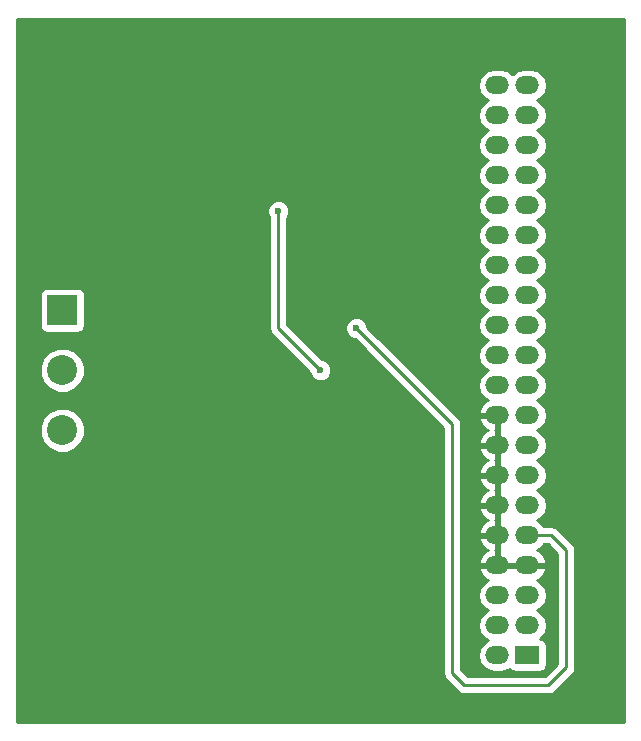
<source format=gbr>
G04 #@! TF.FileFunction,Copper,L2,Bot,Signal*
%FSLAX46Y46*%
G04 Gerber Fmt 4.6, Leading zero omitted, Abs format (unit mm)*
G04 Created by KiCad (PCBNEW 4.0.2+e4-6225~38~ubuntu16.04.1-stable) date jue 04 ago 2016 19:53:13 ART*
%MOMM*%
G01*
G04 APERTURE LIST*
%ADD10C,0.100000*%
%ADD11R,2.000000X1.524000*%
%ADD12O,2.000000X1.524000*%
%ADD13R,2.540000X2.540000*%
%ADD14C,2.540000*%
%ADD15C,0.600000*%
%ADD16C,0.250000*%
%ADD17C,0.254000*%
G04 APERTURE END LIST*
D10*
D11*
X171450000Y-100330000D03*
D12*
X168910000Y-100330000D03*
X171450000Y-87630000D03*
X168910000Y-97790000D03*
X171450000Y-85090000D03*
X168910000Y-95250000D03*
X171450000Y-82550000D03*
X168910000Y-92710000D03*
X171450000Y-80010000D03*
X168910000Y-90170000D03*
X171450000Y-77470000D03*
X168910000Y-87630000D03*
X171450000Y-74930000D03*
X168910000Y-85090000D03*
X171450000Y-72390000D03*
X168910000Y-82550000D03*
X171450000Y-69850000D03*
X168910000Y-80010000D03*
X171450000Y-67310000D03*
X168910000Y-77470000D03*
X171450000Y-64770000D03*
X168910000Y-74930000D03*
X171450000Y-62230000D03*
X168910000Y-72390000D03*
X168910000Y-69850000D03*
X171450000Y-59690000D03*
X168910000Y-67310000D03*
X168910000Y-62230000D03*
X168910000Y-59690000D03*
X168910000Y-57150000D03*
X168910000Y-54610000D03*
X171450000Y-57150000D03*
X171450000Y-54610000D03*
X171450000Y-97790000D03*
X171450000Y-95250000D03*
X171450000Y-92710000D03*
X171450000Y-90170000D03*
X171450000Y-52070000D03*
X168910000Y-52070000D03*
X168910000Y-64770000D03*
D13*
X132080000Y-71120000D03*
D14*
X132080000Y-76200000D03*
X132080000Y-81280000D03*
D15*
X156972000Y-72644000D03*
X161798000Y-52324000D03*
X144018000Y-94996000D03*
X155448000Y-78994000D03*
X150368000Y-62738000D03*
X153924000Y-76200000D03*
D16*
X173482000Y-90170000D02*
X171450000Y-90170000D01*
X174752000Y-91440000D02*
X173482000Y-90170000D01*
X174752000Y-101346000D02*
X174752000Y-91440000D01*
X173228000Y-102870000D02*
X174752000Y-101346000D01*
X166116000Y-102870000D02*
X173228000Y-102870000D01*
X165100000Y-101854000D02*
X166116000Y-102870000D01*
X165100000Y-80772000D02*
X165100000Y-101854000D01*
X156972000Y-72644000D02*
X165100000Y-80772000D01*
X150368000Y-72644000D02*
X150368000Y-62738000D01*
X153924000Y-76200000D02*
X150368000Y-72644000D01*
D17*
G36*
X179630000Y-105970000D02*
X128218000Y-105970000D01*
X128218000Y-81657265D01*
X130174670Y-81657265D01*
X130464078Y-82357686D01*
X130999495Y-82894039D01*
X131699410Y-83184668D01*
X132457265Y-83185330D01*
X133157686Y-82895922D01*
X133694039Y-82360505D01*
X133984668Y-81660590D01*
X133985330Y-80902735D01*
X133695922Y-80202314D01*
X133160505Y-79665961D01*
X132460590Y-79375332D01*
X131702735Y-79374670D01*
X131002314Y-79664078D01*
X130465961Y-80199495D01*
X130175332Y-80899410D01*
X130174670Y-81657265D01*
X128218000Y-81657265D01*
X128218000Y-76577265D01*
X130174670Y-76577265D01*
X130464078Y-77277686D01*
X130999495Y-77814039D01*
X131699410Y-78104668D01*
X132457265Y-78105330D01*
X133157686Y-77815922D01*
X133694039Y-77280505D01*
X133984668Y-76580590D01*
X133985330Y-75822735D01*
X133695922Y-75122314D01*
X133160505Y-74585961D01*
X132460590Y-74295332D01*
X131702735Y-74294670D01*
X131002314Y-74584078D01*
X130465961Y-75119495D01*
X130175332Y-75819410D01*
X130174670Y-76577265D01*
X128218000Y-76577265D01*
X128218000Y-69850000D01*
X130162560Y-69850000D01*
X130162560Y-72390000D01*
X130206838Y-72625317D01*
X130345910Y-72841441D01*
X130558110Y-72986431D01*
X130810000Y-73037440D01*
X133350000Y-73037440D01*
X133585317Y-72993162D01*
X133801441Y-72854090D01*
X133946431Y-72641890D01*
X133997440Y-72390000D01*
X133997440Y-69850000D01*
X133953162Y-69614683D01*
X133814090Y-69398559D01*
X133601890Y-69253569D01*
X133350000Y-69202560D01*
X130810000Y-69202560D01*
X130574683Y-69246838D01*
X130358559Y-69385910D01*
X130213569Y-69598110D01*
X130162560Y-69850000D01*
X128218000Y-69850000D01*
X128218000Y-62923167D01*
X149432838Y-62923167D01*
X149574883Y-63266943D01*
X149608000Y-63300118D01*
X149608000Y-72644000D01*
X149665852Y-72934839D01*
X149830599Y-73181401D01*
X152988878Y-76339680D01*
X152988838Y-76385167D01*
X153130883Y-76728943D01*
X153393673Y-76992192D01*
X153737201Y-77134838D01*
X154109167Y-77135162D01*
X154452943Y-76993117D01*
X154716192Y-76730327D01*
X154858838Y-76386799D01*
X154859162Y-76014833D01*
X154717117Y-75671057D01*
X154454327Y-75407808D01*
X154110799Y-75265162D01*
X154063923Y-75265121D01*
X151627969Y-72829167D01*
X156036838Y-72829167D01*
X156178883Y-73172943D01*
X156441673Y-73436192D01*
X156785201Y-73578838D01*
X156832077Y-73578879D01*
X164340000Y-81086802D01*
X164340000Y-101854000D01*
X164397852Y-102144839D01*
X164562599Y-102391401D01*
X165578599Y-103407401D01*
X165825161Y-103572148D01*
X166116000Y-103630000D01*
X173228000Y-103630000D01*
X173518839Y-103572148D01*
X173765401Y-103407401D01*
X175289401Y-101883401D01*
X175454148Y-101636840D01*
X175463746Y-101588586D01*
X175512000Y-101346000D01*
X175512000Y-91440000D01*
X175506684Y-91413277D01*
X175454148Y-91149160D01*
X175289401Y-90902599D01*
X174019401Y-89632599D01*
X173772839Y-89467852D01*
X173482000Y-89410000D01*
X172860090Y-89410000D01*
X172707860Y-89182172D01*
X172285561Y-88900000D01*
X172707860Y-88617828D01*
X173010692Y-88164609D01*
X173117032Y-87630000D01*
X173010692Y-87095391D01*
X172707860Y-86642172D01*
X172285561Y-86360000D01*
X172707860Y-86077828D01*
X173010692Y-85624609D01*
X173117032Y-85090000D01*
X173010692Y-84555391D01*
X172707860Y-84102172D01*
X172285561Y-83820000D01*
X172707860Y-83537828D01*
X173010692Y-83084609D01*
X173117032Y-82550000D01*
X173010692Y-82015391D01*
X172707860Y-81562172D01*
X172285561Y-81280000D01*
X172707860Y-80997828D01*
X173010692Y-80544609D01*
X173117032Y-80010000D01*
X173010692Y-79475391D01*
X172707860Y-79022172D01*
X172285561Y-78740000D01*
X172707860Y-78457828D01*
X173010692Y-78004609D01*
X173117032Y-77470000D01*
X173010692Y-76935391D01*
X172707860Y-76482172D01*
X172285561Y-76200000D01*
X172707860Y-75917828D01*
X173010692Y-75464609D01*
X173117032Y-74930000D01*
X173010692Y-74395391D01*
X172707860Y-73942172D01*
X172285561Y-73660000D01*
X172707860Y-73377828D01*
X173010692Y-72924609D01*
X173117032Y-72390000D01*
X173010692Y-71855391D01*
X172707860Y-71402172D01*
X172285561Y-71120000D01*
X172707860Y-70837828D01*
X173010692Y-70384609D01*
X173117032Y-69850000D01*
X173010692Y-69315391D01*
X172707860Y-68862172D01*
X172285561Y-68580000D01*
X172707860Y-68297828D01*
X173010692Y-67844609D01*
X173117032Y-67310000D01*
X173010692Y-66775391D01*
X172707860Y-66322172D01*
X172285561Y-66040000D01*
X172707860Y-65757828D01*
X173010692Y-65304609D01*
X173117032Y-64770000D01*
X173010692Y-64235391D01*
X172707860Y-63782172D01*
X172285561Y-63500000D01*
X172707860Y-63217828D01*
X173010692Y-62764609D01*
X173117032Y-62230000D01*
X173010692Y-61695391D01*
X172707860Y-61242172D01*
X172285561Y-60960000D01*
X172707860Y-60677828D01*
X173010692Y-60224609D01*
X173117032Y-59690000D01*
X173010692Y-59155391D01*
X172707860Y-58702172D01*
X172285561Y-58420000D01*
X172707860Y-58137828D01*
X173010692Y-57684609D01*
X173117032Y-57150000D01*
X173010692Y-56615391D01*
X172707860Y-56162172D01*
X172285561Y-55880000D01*
X172707860Y-55597828D01*
X173010692Y-55144609D01*
X173117032Y-54610000D01*
X173010692Y-54075391D01*
X172707860Y-53622172D01*
X172285561Y-53340000D01*
X172707860Y-53057828D01*
X173010692Y-52604609D01*
X173117032Y-52070000D01*
X173010692Y-51535391D01*
X172707860Y-51082172D01*
X172254641Y-50779340D01*
X171720032Y-50673000D01*
X171179968Y-50673000D01*
X170645359Y-50779340D01*
X170192140Y-51082172D01*
X170180000Y-51100341D01*
X170167860Y-51082172D01*
X169714641Y-50779340D01*
X169180032Y-50673000D01*
X168639968Y-50673000D01*
X168105359Y-50779340D01*
X167652140Y-51082172D01*
X167349308Y-51535391D01*
X167242968Y-52070000D01*
X167349308Y-52604609D01*
X167652140Y-53057828D01*
X168074439Y-53340000D01*
X167652140Y-53622172D01*
X167349308Y-54075391D01*
X167242968Y-54610000D01*
X167349308Y-55144609D01*
X167652140Y-55597828D01*
X168074439Y-55880000D01*
X167652140Y-56162172D01*
X167349308Y-56615391D01*
X167242968Y-57150000D01*
X167349308Y-57684609D01*
X167652140Y-58137828D01*
X168074439Y-58420000D01*
X167652140Y-58702172D01*
X167349308Y-59155391D01*
X167242968Y-59690000D01*
X167349308Y-60224609D01*
X167652140Y-60677828D01*
X168074439Y-60960000D01*
X167652140Y-61242172D01*
X167349308Y-61695391D01*
X167242968Y-62230000D01*
X167349308Y-62764609D01*
X167652140Y-63217828D01*
X168074439Y-63500000D01*
X167652140Y-63782172D01*
X167349308Y-64235391D01*
X167242968Y-64770000D01*
X167349308Y-65304609D01*
X167652140Y-65757828D01*
X168074439Y-66040000D01*
X167652140Y-66322172D01*
X167349308Y-66775391D01*
X167242968Y-67310000D01*
X167349308Y-67844609D01*
X167652140Y-68297828D01*
X168074439Y-68580000D01*
X167652140Y-68862172D01*
X167349308Y-69315391D01*
X167242968Y-69850000D01*
X167349308Y-70384609D01*
X167652140Y-70837828D01*
X168074439Y-71120000D01*
X167652140Y-71402172D01*
X167349308Y-71855391D01*
X167242968Y-72390000D01*
X167349308Y-72924609D01*
X167652140Y-73377828D01*
X168074439Y-73660000D01*
X167652140Y-73942172D01*
X167349308Y-74395391D01*
X167242968Y-74930000D01*
X167349308Y-75464609D01*
X167652140Y-75917828D01*
X168074439Y-76200000D01*
X167652140Y-76482172D01*
X167349308Y-76935391D01*
X167242968Y-77470000D01*
X167349308Y-78004609D01*
X167652140Y-78457828D01*
X168079933Y-78743671D01*
X168034086Y-78756578D01*
X167602980Y-79096108D01*
X167334623Y-79574770D01*
X167317780Y-79666930D01*
X167440280Y-79883000D01*
X168783000Y-79883000D01*
X168783000Y-79863000D01*
X169037000Y-79863000D01*
X169037000Y-79883000D01*
X169057000Y-79883000D01*
X169057000Y-80137000D01*
X169037000Y-80137000D01*
X169037000Y-81253277D01*
X169074126Y-81280000D01*
X169037000Y-81306723D01*
X169037000Y-82423000D01*
X169057000Y-82423000D01*
X169057000Y-82677000D01*
X169037000Y-82677000D01*
X169037000Y-83793277D01*
X169074126Y-83820000D01*
X169037000Y-83846723D01*
X169037000Y-84963000D01*
X169057000Y-84963000D01*
X169057000Y-85217000D01*
X169037000Y-85217000D01*
X169037000Y-86333277D01*
X169074126Y-86360000D01*
X169037000Y-86386723D01*
X169037000Y-87503000D01*
X169057000Y-87503000D01*
X169057000Y-87757000D01*
X169037000Y-87757000D01*
X169037000Y-88873277D01*
X169074126Y-88900000D01*
X169037000Y-88926723D01*
X169037000Y-90043000D01*
X169057000Y-90043000D01*
X169057000Y-90297000D01*
X169037000Y-90297000D01*
X169037000Y-91413277D01*
X169074126Y-91440000D01*
X169037000Y-91466723D01*
X169037000Y-92583000D01*
X171323000Y-92583000D01*
X171323000Y-92563000D01*
X171577000Y-92563000D01*
X171577000Y-92583000D01*
X172919720Y-92583000D01*
X173042220Y-92366930D01*
X173025377Y-92274770D01*
X172757020Y-91796108D01*
X172325914Y-91456578D01*
X172280067Y-91443671D01*
X172707860Y-91157828D01*
X172860090Y-90930000D01*
X173167198Y-90930000D01*
X173992000Y-91754802D01*
X173992000Y-101031198D01*
X172913198Y-102110000D01*
X166430802Y-102110000D01*
X165860000Y-101539198D01*
X165860000Y-95250000D01*
X167242968Y-95250000D01*
X167349308Y-95784609D01*
X167652140Y-96237828D01*
X168074439Y-96520000D01*
X167652140Y-96802172D01*
X167349308Y-97255391D01*
X167242968Y-97790000D01*
X167349308Y-98324609D01*
X167652140Y-98777828D01*
X168074439Y-99060000D01*
X167652140Y-99342172D01*
X167349308Y-99795391D01*
X167242968Y-100330000D01*
X167349308Y-100864609D01*
X167652140Y-101317828D01*
X168105359Y-101620660D01*
X168639968Y-101727000D01*
X169180032Y-101727000D01*
X169714641Y-101620660D01*
X169939093Y-101470686D01*
X169985910Y-101543441D01*
X170198110Y-101688431D01*
X170450000Y-101739440D01*
X172450000Y-101739440D01*
X172685317Y-101695162D01*
X172901441Y-101556090D01*
X173046431Y-101343890D01*
X173097440Y-101092000D01*
X173097440Y-99568000D01*
X173053162Y-99332683D01*
X172914090Y-99116559D01*
X172701890Y-98971569D01*
X172483956Y-98927436D01*
X172707860Y-98777828D01*
X173010692Y-98324609D01*
X173117032Y-97790000D01*
X173010692Y-97255391D01*
X172707860Y-96802172D01*
X172285561Y-96520000D01*
X172707860Y-96237828D01*
X173010692Y-95784609D01*
X173117032Y-95250000D01*
X173010692Y-94715391D01*
X172707860Y-94262172D01*
X172280067Y-93976329D01*
X172325914Y-93963422D01*
X172757020Y-93623892D01*
X173025377Y-93145230D01*
X173042220Y-93053070D01*
X172919720Y-92837000D01*
X171577000Y-92837000D01*
X171577000Y-92857000D01*
X171323000Y-92857000D01*
X171323000Y-92837000D01*
X169037000Y-92837000D01*
X169037000Y-92857000D01*
X168783000Y-92857000D01*
X168783000Y-92837000D01*
X167440280Y-92837000D01*
X167317780Y-93053070D01*
X167334623Y-93145230D01*
X167602980Y-93623892D01*
X168034086Y-93963422D01*
X168079933Y-93976329D01*
X167652140Y-94262172D01*
X167349308Y-94715391D01*
X167242968Y-95250000D01*
X165860000Y-95250000D01*
X165860000Y-90513070D01*
X167317780Y-90513070D01*
X167334623Y-90605230D01*
X167602980Y-91083892D01*
X168034086Y-91423422D01*
X168092972Y-91440000D01*
X168034086Y-91456578D01*
X167602980Y-91796108D01*
X167334623Y-92274770D01*
X167317780Y-92366930D01*
X167440280Y-92583000D01*
X168783000Y-92583000D01*
X168783000Y-91466723D01*
X168745874Y-91440000D01*
X168783000Y-91413277D01*
X168783000Y-90297000D01*
X167440280Y-90297000D01*
X167317780Y-90513070D01*
X165860000Y-90513070D01*
X165860000Y-87973070D01*
X167317780Y-87973070D01*
X167334623Y-88065230D01*
X167602980Y-88543892D01*
X168034086Y-88883422D01*
X168092972Y-88900000D01*
X168034086Y-88916578D01*
X167602980Y-89256108D01*
X167334623Y-89734770D01*
X167317780Y-89826930D01*
X167440280Y-90043000D01*
X168783000Y-90043000D01*
X168783000Y-88926723D01*
X168745874Y-88900000D01*
X168783000Y-88873277D01*
X168783000Y-87757000D01*
X167440280Y-87757000D01*
X167317780Y-87973070D01*
X165860000Y-87973070D01*
X165860000Y-85433070D01*
X167317780Y-85433070D01*
X167334623Y-85525230D01*
X167602980Y-86003892D01*
X168034086Y-86343422D01*
X168092972Y-86360000D01*
X168034086Y-86376578D01*
X167602980Y-86716108D01*
X167334623Y-87194770D01*
X167317780Y-87286930D01*
X167440280Y-87503000D01*
X168783000Y-87503000D01*
X168783000Y-86386723D01*
X168745874Y-86360000D01*
X168783000Y-86333277D01*
X168783000Y-85217000D01*
X167440280Y-85217000D01*
X167317780Y-85433070D01*
X165860000Y-85433070D01*
X165860000Y-82893070D01*
X167317780Y-82893070D01*
X167334623Y-82985230D01*
X167602980Y-83463892D01*
X168034086Y-83803422D01*
X168092972Y-83820000D01*
X168034086Y-83836578D01*
X167602980Y-84176108D01*
X167334623Y-84654770D01*
X167317780Y-84746930D01*
X167440280Y-84963000D01*
X168783000Y-84963000D01*
X168783000Y-83846723D01*
X168745874Y-83820000D01*
X168783000Y-83793277D01*
X168783000Y-82677000D01*
X167440280Y-82677000D01*
X167317780Y-82893070D01*
X165860000Y-82893070D01*
X165860000Y-80772000D01*
X165802148Y-80481161D01*
X165716561Y-80353070D01*
X167317780Y-80353070D01*
X167334623Y-80445230D01*
X167602980Y-80923892D01*
X168034086Y-81263422D01*
X168092972Y-81280000D01*
X168034086Y-81296578D01*
X167602980Y-81636108D01*
X167334623Y-82114770D01*
X167317780Y-82206930D01*
X167440280Y-82423000D01*
X168783000Y-82423000D01*
X168783000Y-81306723D01*
X168745874Y-81280000D01*
X168783000Y-81253277D01*
X168783000Y-80137000D01*
X167440280Y-80137000D01*
X167317780Y-80353070D01*
X165716561Y-80353070D01*
X165637401Y-80234599D01*
X157907122Y-72504320D01*
X157907162Y-72458833D01*
X157765117Y-72115057D01*
X157502327Y-71851808D01*
X157158799Y-71709162D01*
X156786833Y-71708838D01*
X156443057Y-71850883D01*
X156179808Y-72113673D01*
X156037162Y-72457201D01*
X156036838Y-72829167D01*
X151627969Y-72829167D01*
X151128000Y-72329198D01*
X151128000Y-63300463D01*
X151160192Y-63268327D01*
X151302838Y-62924799D01*
X151303162Y-62552833D01*
X151161117Y-62209057D01*
X150898327Y-61945808D01*
X150554799Y-61803162D01*
X150182833Y-61802838D01*
X149839057Y-61944883D01*
X149575808Y-62207673D01*
X149433162Y-62551201D01*
X149432838Y-62923167D01*
X128218000Y-62923167D01*
X128218000Y-46430000D01*
X179630000Y-46430000D01*
X179630000Y-105970000D01*
X179630000Y-105970000D01*
G37*
X179630000Y-105970000D02*
X128218000Y-105970000D01*
X128218000Y-81657265D01*
X130174670Y-81657265D01*
X130464078Y-82357686D01*
X130999495Y-82894039D01*
X131699410Y-83184668D01*
X132457265Y-83185330D01*
X133157686Y-82895922D01*
X133694039Y-82360505D01*
X133984668Y-81660590D01*
X133985330Y-80902735D01*
X133695922Y-80202314D01*
X133160505Y-79665961D01*
X132460590Y-79375332D01*
X131702735Y-79374670D01*
X131002314Y-79664078D01*
X130465961Y-80199495D01*
X130175332Y-80899410D01*
X130174670Y-81657265D01*
X128218000Y-81657265D01*
X128218000Y-76577265D01*
X130174670Y-76577265D01*
X130464078Y-77277686D01*
X130999495Y-77814039D01*
X131699410Y-78104668D01*
X132457265Y-78105330D01*
X133157686Y-77815922D01*
X133694039Y-77280505D01*
X133984668Y-76580590D01*
X133985330Y-75822735D01*
X133695922Y-75122314D01*
X133160505Y-74585961D01*
X132460590Y-74295332D01*
X131702735Y-74294670D01*
X131002314Y-74584078D01*
X130465961Y-75119495D01*
X130175332Y-75819410D01*
X130174670Y-76577265D01*
X128218000Y-76577265D01*
X128218000Y-69850000D01*
X130162560Y-69850000D01*
X130162560Y-72390000D01*
X130206838Y-72625317D01*
X130345910Y-72841441D01*
X130558110Y-72986431D01*
X130810000Y-73037440D01*
X133350000Y-73037440D01*
X133585317Y-72993162D01*
X133801441Y-72854090D01*
X133946431Y-72641890D01*
X133997440Y-72390000D01*
X133997440Y-69850000D01*
X133953162Y-69614683D01*
X133814090Y-69398559D01*
X133601890Y-69253569D01*
X133350000Y-69202560D01*
X130810000Y-69202560D01*
X130574683Y-69246838D01*
X130358559Y-69385910D01*
X130213569Y-69598110D01*
X130162560Y-69850000D01*
X128218000Y-69850000D01*
X128218000Y-62923167D01*
X149432838Y-62923167D01*
X149574883Y-63266943D01*
X149608000Y-63300118D01*
X149608000Y-72644000D01*
X149665852Y-72934839D01*
X149830599Y-73181401D01*
X152988878Y-76339680D01*
X152988838Y-76385167D01*
X153130883Y-76728943D01*
X153393673Y-76992192D01*
X153737201Y-77134838D01*
X154109167Y-77135162D01*
X154452943Y-76993117D01*
X154716192Y-76730327D01*
X154858838Y-76386799D01*
X154859162Y-76014833D01*
X154717117Y-75671057D01*
X154454327Y-75407808D01*
X154110799Y-75265162D01*
X154063923Y-75265121D01*
X151627969Y-72829167D01*
X156036838Y-72829167D01*
X156178883Y-73172943D01*
X156441673Y-73436192D01*
X156785201Y-73578838D01*
X156832077Y-73578879D01*
X164340000Y-81086802D01*
X164340000Y-101854000D01*
X164397852Y-102144839D01*
X164562599Y-102391401D01*
X165578599Y-103407401D01*
X165825161Y-103572148D01*
X166116000Y-103630000D01*
X173228000Y-103630000D01*
X173518839Y-103572148D01*
X173765401Y-103407401D01*
X175289401Y-101883401D01*
X175454148Y-101636840D01*
X175463746Y-101588586D01*
X175512000Y-101346000D01*
X175512000Y-91440000D01*
X175506684Y-91413277D01*
X175454148Y-91149160D01*
X175289401Y-90902599D01*
X174019401Y-89632599D01*
X173772839Y-89467852D01*
X173482000Y-89410000D01*
X172860090Y-89410000D01*
X172707860Y-89182172D01*
X172285561Y-88900000D01*
X172707860Y-88617828D01*
X173010692Y-88164609D01*
X173117032Y-87630000D01*
X173010692Y-87095391D01*
X172707860Y-86642172D01*
X172285561Y-86360000D01*
X172707860Y-86077828D01*
X173010692Y-85624609D01*
X173117032Y-85090000D01*
X173010692Y-84555391D01*
X172707860Y-84102172D01*
X172285561Y-83820000D01*
X172707860Y-83537828D01*
X173010692Y-83084609D01*
X173117032Y-82550000D01*
X173010692Y-82015391D01*
X172707860Y-81562172D01*
X172285561Y-81280000D01*
X172707860Y-80997828D01*
X173010692Y-80544609D01*
X173117032Y-80010000D01*
X173010692Y-79475391D01*
X172707860Y-79022172D01*
X172285561Y-78740000D01*
X172707860Y-78457828D01*
X173010692Y-78004609D01*
X173117032Y-77470000D01*
X173010692Y-76935391D01*
X172707860Y-76482172D01*
X172285561Y-76200000D01*
X172707860Y-75917828D01*
X173010692Y-75464609D01*
X173117032Y-74930000D01*
X173010692Y-74395391D01*
X172707860Y-73942172D01*
X172285561Y-73660000D01*
X172707860Y-73377828D01*
X173010692Y-72924609D01*
X173117032Y-72390000D01*
X173010692Y-71855391D01*
X172707860Y-71402172D01*
X172285561Y-71120000D01*
X172707860Y-70837828D01*
X173010692Y-70384609D01*
X173117032Y-69850000D01*
X173010692Y-69315391D01*
X172707860Y-68862172D01*
X172285561Y-68580000D01*
X172707860Y-68297828D01*
X173010692Y-67844609D01*
X173117032Y-67310000D01*
X173010692Y-66775391D01*
X172707860Y-66322172D01*
X172285561Y-66040000D01*
X172707860Y-65757828D01*
X173010692Y-65304609D01*
X173117032Y-64770000D01*
X173010692Y-64235391D01*
X172707860Y-63782172D01*
X172285561Y-63500000D01*
X172707860Y-63217828D01*
X173010692Y-62764609D01*
X173117032Y-62230000D01*
X173010692Y-61695391D01*
X172707860Y-61242172D01*
X172285561Y-60960000D01*
X172707860Y-60677828D01*
X173010692Y-60224609D01*
X173117032Y-59690000D01*
X173010692Y-59155391D01*
X172707860Y-58702172D01*
X172285561Y-58420000D01*
X172707860Y-58137828D01*
X173010692Y-57684609D01*
X173117032Y-57150000D01*
X173010692Y-56615391D01*
X172707860Y-56162172D01*
X172285561Y-55880000D01*
X172707860Y-55597828D01*
X173010692Y-55144609D01*
X173117032Y-54610000D01*
X173010692Y-54075391D01*
X172707860Y-53622172D01*
X172285561Y-53340000D01*
X172707860Y-53057828D01*
X173010692Y-52604609D01*
X173117032Y-52070000D01*
X173010692Y-51535391D01*
X172707860Y-51082172D01*
X172254641Y-50779340D01*
X171720032Y-50673000D01*
X171179968Y-50673000D01*
X170645359Y-50779340D01*
X170192140Y-51082172D01*
X170180000Y-51100341D01*
X170167860Y-51082172D01*
X169714641Y-50779340D01*
X169180032Y-50673000D01*
X168639968Y-50673000D01*
X168105359Y-50779340D01*
X167652140Y-51082172D01*
X167349308Y-51535391D01*
X167242968Y-52070000D01*
X167349308Y-52604609D01*
X167652140Y-53057828D01*
X168074439Y-53340000D01*
X167652140Y-53622172D01*
X167349308Y-54075391D01*
X167242968Y-54610000D01*
X167349308Y-55144609D01*
X167652140Y-55597828D01*
X168074439Y-55880000D01*
X167652140Y-56162172D01*
X167349308Y-56615391D01*
X167242968Y-57150000D01*
X167349308Y-57684609D01*
X167652140Y-58137828D01*
X168074439Y-58420000D01*
X167652140Y-58702172D01*
X167349308Y-59155391D01*
X167242968Y-59690000D01*
X167349308Y-60224609D01*
X167652140Y-60677828D01*
X168074439Y-60960000D01*
X167652140Y-61242172D01*
X167349308Y-61695391D01*
X167242968Y-62230000D01*
X167349308Y-62764609D01*
X167652140Y-63217828D01*
X168074439Y-63500000D01*
X167652140Y-63782172D01*
X167349308Y-64235391D01*
X167242968Y-64770000D01*
X167349308Y-65304609D01*
X167652140Y-65757828D01*
X168074439Y-66040000D01*
X167652140Y-66322172D01*
X167349308Y-66775391D01*
X167242968Y-67310000D01*
X167349308Y-67844609D01*
X167652140Y-68297828D01*
X168074439Y-68580000D01*
X167652140Y-68862172D01*
X167349308Y-69315391D01*
X167242968Y-69850000D01*
X167349308Y-70384609D01*
X167652140Y-70837828D01*
X168074439Y-71120000D01*
X167652140Y-71402172D01*
X167349308Y-71855391D01*
X167242968Y-72390000D01*
X167349308Y-72924609D01*
X167652140Y-73377828D01*
X168074439Y-73660000D01*
X167652140Y-73942172D01*
X167349308Y-74395391D01*
X167242968Y-74930000D01*
X167349308Y-75464609D01*
X167652140Y-75917828D01*
X168074439Y-76200000D01*
X167652140Y-76482172D01*
X167349308Y-76935391D01*
X167242968Y-77470000D01*
X167349308Y-78004609D01*
X167652140Y-78457828D01*
X168079933Y-78743671D01*
X168034086Y-78756578D01*
X167602980Y-79096108D01*
X167334623Y-79574770D01*
X167317780Y-79666930D01*
X167440280Y-79883000D01*
X168783000Y-79883000D01*
X168783000Y-79863000D01*
X169037000Y-79863000D01*
X169037000Y-79883000D01*
X169057000Y-79883000D01*
X169057000Y-80137000D01*
X169037000Y-80137000D01*
X169037000Y-81253277D01*
X169074126Y-81280000D01*
X169037000Y-81306723D01*
X169037000Y-82423000D01*
X169057000Y-82423000D01*
X169057000Y-82677000D01*
X169037000Y-82677000D01*
X169037000Y-83793277D01*
X169074126Y-83820000D01*
X169037000Y-83846723D01*
X169037000Y-84963000D01*
X169057000Y-84963000D01*
X169057000Y-85217000D01*
X169037000Y-85217000D01*
X169037000Y-86333277D01*
X169074126Y-86360000D01*
X169037000Y-86386723D01*
X169037000Y-87503000D01*
X169057000Y-87503000D01*
X169057000Y-87757000D01*
X169037000Y-87757000D01*
X169037000Y-88873277D01*
X169074126Y-88900000D01*
X169037000Y-88926723D01*
X169037000Y-90043000D01*
X169057000Y-90043000D01*
X169057000Y-90297000D01*
X169037000Y-90297000D01*
X169037000Y-91413277D01*
X169074126Y-91440000D01*
X169037000Y-91466723D01*
X169037000Y-92583000D01*
X171323000Y-92583000D01*
X171323000Y-92563000D01*
X171577000Y-92563000D01*
X171577000Y-92583000D01*
X172919720Y-92583000D01*
X173042220Y-92366930D01*
X173025377Y-92274770D01*
X172757020Y-91796108D01*
X172325914Y-91456578D01*
X172280067Y-91443671D01*
X172707860Y-91157828D01*
X172860090Y-90930000D01*
X173167198Y-90930000D01*
X173992000Y-91754802D01*
X173992000Y-101031198D01*
X172913198Y-102110000D01*
X166430802Y-102110000D01*
X165860000Y-101539198D01*
X165860000Y-95250000D01*
X167242968Y-95250000D01*
X167349308Y-95784609D01*
X167652140Y-96237828D01*
X168074439Y-96520000D01*
X167652140Y-96802172D01*
X167349308Y-97255391D01*
X167242968Y-97790000D01*
X167349308Y-98324609D01*
X167652140Y-98777828D01*
X168074439Y-99060000D01*
X167652140Y-99342172D01*
X167349308Y-99795391D01*
X167242968Y-100330000D01*
X167349308Y-100864609D01*
X167652140Y-101317828D01*
X168105359Y-101620660D01*
X168639968Y-101727000D01*
X169180032Y-101727000D01*
X169714641Y-101620660D01*
X169939093Y-101470686D01*
X169985910Y-101543441D01*
X170198110Y-101688431D01*
X170450000Y-101739440D01*
X172450000Y-101739440D01*
X172685317Y-101695162D01*
X172901441Y-101556090D01*
X173046431Y-101343890D01*
X173097440Y-101092000D01*
X173097440Y-99568000D01*
X173053162Y-99332683D01*
X172914090Y-99116559D01*
X172701890Y-98971569D01*
X172483956Y-98927436D01*
X172707860Y-98777828D01*
X173010692Y-98324609D01*
X173117032Y-97790000D01*
X173010692Y-97255391D01*
X172707860Y-96802172D01*
X172285561Y-96520000D01*
X172707860Y-96237828D01*
X173010692Y-95784609D01*
X173117032Y-95250000D01*
X173010692Y-94715391D01*
X172707860Y-94262172D01*
X172280067Y-93976329D01*
X172325914Y-93963422D01*
X172757020Y-93623892D01*
X173025377Y-93145230D01*
X173042220Y-93053070D01*
X172919720Y-92837000D01*
X171577000Y-92837000D01*
X171577000Y-92857000D01*
X171323000Y-92857000D01*
X171323000Y-92837000D01*
X169037000Y-92837000D01*
X169037000Y-92857000D01*
X168783000Y-92857000D01*
X168783000Y-92837000D01*
X167440280Y-92837000D01*
X167317780Y-93053070D01*
X167334623Y-93145230D01*
X167602980Y-93623892D01*
X168034086Y-93963422D01*
X168079933Y-93976329D01*
X167652140Y-94262172D01*
X167349308Y-94715391D01*
X167242968Y-95250000D01*
X165860000Y-95250000D01*
X165860000Y-90513070D01*
X167317780Y-90513070D01*
X167334623Y-90605230D01*
X167602980Y-91083892D01*
X168034086Y-91423422D01*
X168092972Y-91440000D01*
X168034086Y-91456578D01*
X167602980Y-91796108D01*
X167334623Y-92274770D01*
X167317780Y-92366930D01*
X167440280Y-92583000D01*
X168783000Y-92583000D01*
X168783000Y-91466723D01*
X168745874Y-91440000D01*
X168783000Y-91413277D01*
X168783000Y-90297000D01*
X167440280Y-90297000D01*
X167317780Y-90513070D01*
X165860000Y-90513070D01*
X165860000Y-87973070D01*
X167317780Y-87973070D01*
X167334623Y-88065230D01*
X167602980Y-88543892D01*
X168034086Y-88883422D01*
X168092972Y-88900000D01*
X168034086Y-88916578D01*
X167602980Y-89256108D01*
X167334623Y-89734770D01*
X167317780Y-89826930D01*
X167440280Y-90043000D01*
X168783000Y-90043000D01*
X168783000Y-88926723D01*
X168745874Y-88900000D01*
X168783000Y-88873277D01*
X168783000Y-87757000D01*
X167440280Y-87757000D01*
X167317780Y-87973070D01*
X165860000Y-87973070D01*
X165860000Y-85433070D01*
X167317780Y-85433070D01*
X167334623Y-85525230D01*
X167602980Y-86003892D01*
X168034086Y-86343422D01*
X168092972Y-86360000D01*
X168034086Y-86376578D01*
X167602980Y-86716108D01*
X167334623Y-87194770D01*
X167317780Y-87286930D01*
X167440280Y-87503000D01*
X168783000Y-87503000D01*
X168783000Y-86386723D01*
X168745874Y-86360000D01*
X168783000Y-86333277D01*
X168783000Y-85217000D01*
X167440280Y-85217000D01*
X167317780Y-85433070D01*
X165860000Y-85433070D01*
X165860000Y-82893070D01*
X167317780Y-82893070D01*
X167334623Y-82985230D01*
X167602980Y-83463892D01*
X168034086Y-83803422D01*
X168092972Y-83820000D01*
X168034086Y-83836578D01*
X167602980Y-84176108D01*
X167334623Y-84654770D01*
X167317780Y-84746930D01*
X167440280Y-84963000D01*
X168783000Y-84963000D01*
X168783000Y-83846723D01*
X168745874Y-83820000D01*
X168783000Y-83793277D01*
X168783000Y-82677000D01*
X167440280Y-82677000D01*
X167317780Y-82893070D01*
X165860000Y-82893070D01*
X165860000Y-80772000D01*
X165802148Y-80481161D01*
X165716561Y-80353070D01*
X167317780Y-80353070D01*
X167334623Y-80445230D01*
X167602980Y-80923892D01*
X168034086Y-81263422D01*
X168092972Y-81280000D01*
X168034086Y-81296578D01*
X167602980Y-81636108D01*
X167334623Y-82114770D01*
X167317780Y-82206930D01*
X167440280Y-82423000D01*
X168783000Y-82423000D01*
X168783000Y-81306723D01*
X168745874Y-81280000D01*
X168783000Y-81253277D01*
X168783000Y-80137000D01*
X167440280Y-80137000D01*
X167317780Y-80353070D01*
X165716561Y-80353070D01*
X165637401Y-80234599D01*
X157907122Y-72504320D01*
X157907162Y-72458833D01*
X157765117Y-72115057D01*
X157502327Y-71851808D01*
X157158799Y-71709162D01*
X156786833Y-71708838D01*
X156443057Y-71850883D01*
X156179808Y-72113673D01*
X156037162Y-72457201D01*
X156036838Y-72829167D01*
X151627969Y-72829167D01*
X151128000Y-72329198D01*
X151128000Y-63300463D01*
X151160192Y-63268327D01*
X151302838Y-62924799D01*
X151303162Y-62552833D01*
X151161117Y-62209057D01*
X150898327Y-61945808D01*
X150554799Y-61803162D01*
X150182833Y-61802838D01*
X149839057Y-61944883D01*
X149575808Y-62207673D01*
X149433162Y-62551201D01*
X149432838Y-62923167D01*
X128218000Y-62923167D01*
X128218000Y-46430000D01*
X179630000Y-46430000D01*
X179630000Y-105970000D01*
M02*

</source>
